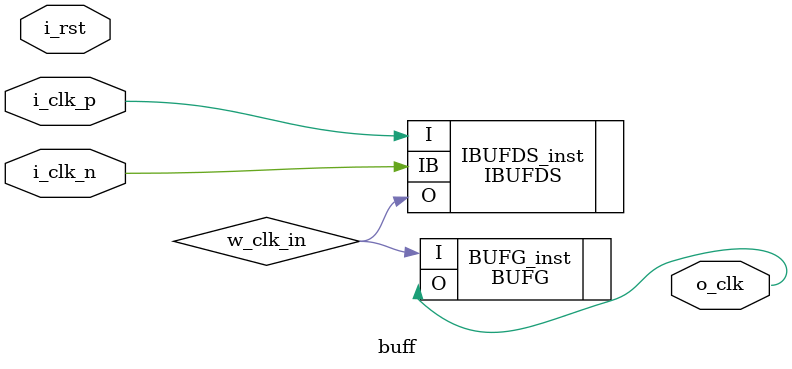
<source format=sv>
`timescale 1ns / 1ps
module buff(
    input wire [1:0] i_rst,
    input wire i_clk_n,
    input wire i_clk_p,
    output wire o_clk    
);
    IBUFDS #(
      .DIFF_TERM("FALSE"),
      .IBUF_LOW_PWR("TRUE"),
      .IOSTANDARD("DEFAULT")
    ) IBUFDS_inst (
      .O(w_clk_in),
      .I(i_clk_p),
      .IB(i_clk_n)
    );
    
    BUFG BUFG_inst (
      .O(o_clk),
      .I(w_clk_in)
    );
endmodule 

</source>
